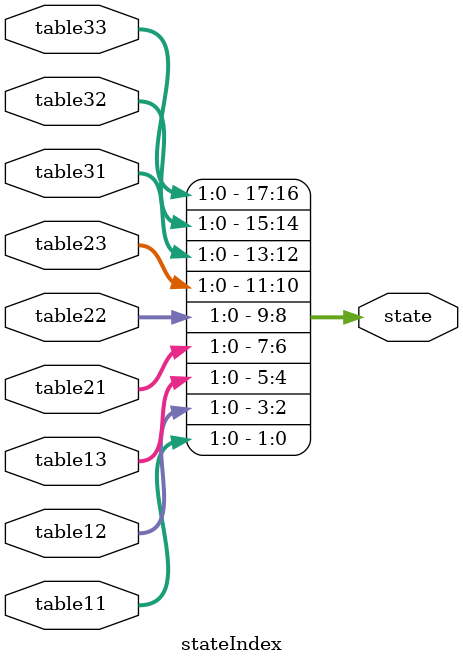
<source format=v>
module stateIndex(
    table11,
    table12,
    table13,
    table21,
    table22,
    table23,
    table31,
    table32,
    table33,
    state
);
    input [1:0] table11;
    input [1:0] table12;
    input [1:0] table13;
    input [1:0] table21;
    input [1:0] table22;
    input [1:0] table23;
    input [1:0] table31;
    input [1:0] table32;
    input [1:0] table33;
    output [17:0] state;

    assign state[1:0] = table11;
    assign state[3:2] = table12;
    assign state[5:4] = table13;
    assign state[7:6] = table21;
    assign state[9:8] = table22;
    assign state[11:10] = table23;
    assign state[13:12] = table31;
    assign state[15:14] = table32;
    assign state[17:16] = table33;

endmodule

</source>
